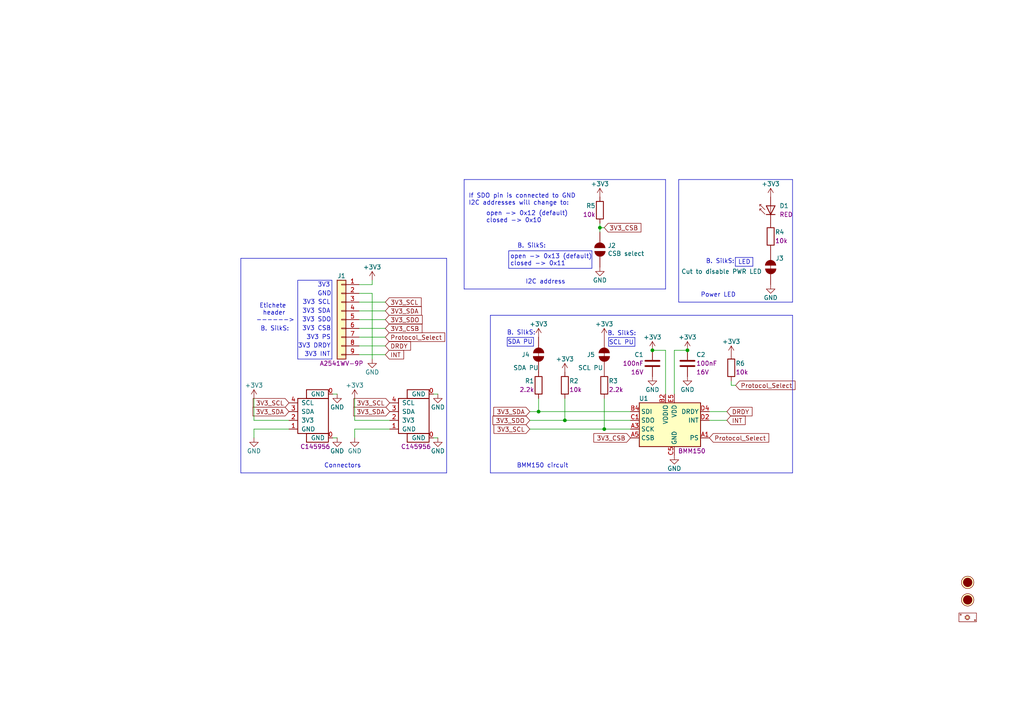
<source format=kicad_sch>
(kicad_sch (version 20230121) (generator eeschema)
  (paper "A4")
  (title_block (title "BMM150") (date "2020-10-29") (rev "0.1") (company "GroundStudio.ro") (comment 1 "Schematic: Victor"))
  (lib_symbols
    (symbol "GS_Local:+3V3" (power) (pin_names (offset 0))
      (property "Value" "+3V3" (at 0 3.556 0))
      (symbol "+3V3_0_1"
        (polyline (pts (xy -0.762 1.27) (xy 0 2.54)))
        (polyline (pts (xy 0 0) (xy 0 2.54)))
        (polyline (pts (xy 0 2.54) (xy 0.762 1.27)))
      )
      (symbol "+3V3_1_1"
        (pin power_in line (at 0 0 90) (length 0) hide (name "+3V3") (number "1"))
      )
    )
    (symbol "GS_Local:BMM150"
      (property "Reference" "U" (at -10.16 6.35 0))
      (property "Value" "BMM150" (at 7.62 6.35 0))
      (symbol "BMM150_0_1"
        (rectangle (start -10.16 5.08) (end 7.62 -7.62) (stroke (width 0.254)) (fill (type background)))
      )
      (symbol "BMM150_1_1"
        (pin input line (at 10.16 -5.08 180) (length 2.54) (name "PS") (number "A1"))
        (pin bidirectional line (at -12.7 -2.54 0) (length 2.54) (name "SCK") (number "A3"))
        (pin input line (at -12.7 -5.08 0) (length 2.54) (name "CSB") (number "A5"))
        (pin power_in line (at -2.54 7.62 270) (length 2.54) (name "VDDIO") (number "B2"))
        (pin bidirectional line (at -12.7 2.54 0) (length 2.54) (name "SDI") (number "B4"))
        (pin bidirectional line (at -12.7 0 0) (length 2.54) (name "SDO") (number "C1"))
        (pin power_in line (at 0 -10.16 90) (length 2.54) (name "GND") (number "C5"))
        (pin output line (at 10.16 0 180) (length 2.54) (name "INT") (number "D2"))
        (pin output line (at 10.16 2.54 180) (length 2.54) (name "DRDY") (number "D4"))
        (pin passive line (at 0 -10.16 90) (length 2.54) hide (name "GND") (number "E1"))
        (pin passive line (at 0 -10.16 90) (length 2.54) hide (name "GND") (number "E3"))
        (pin power_in line (at 0 7.62 270) (length 2.54) (name "VDD") (number "E5"))
      )
    )
    (symbol "GS_Local:C" (pin_numbers hide) (pin_names (offset 0.254))
      (property "Reference" "C" (at 0.635 2.54 0))
      (property "Value" "C" (at 0.635 -2.54 0))
      (symbol "C_0_1"
        (polyline (pts (xy -2.032 -0.762) (xy 2.032 -0.762)) (stroke (width 0.508)))
        (polyline (pts (xy -2.032 0.762) (xy 2.032 0.762)) (stroke (width 0.508)))
      )
      (symbol "C_1_1"
        (pin passive line (at 0 3.81 270) (length 2.794) (name "~") (number "1"))
        (pin passive line (at 0 -3.81 90) (length 2.794) (name "~") (number "2"))
      )
    )
    (symbol "GS_Local:Conn_01x09" (pin_names (offset 1.016) hide)
      (property "Reference" "J" (at 0 12.7 0))
      (property "Value" "Conn_01x09" (at 0 -12.7 0))
      (symbol "Conn_01x09_1_1"
        (rectangle (start -1.27 -10.033) (end 0 -10.287) (stroke (width 0.1524)))
        (rectangle (start -1.27 -7.493) (end 0 -7.747) (stroke (width 0.1524)))
        (rectangle (start -1.27 -4.953) (end 0 -5.207) (stroke (width 0.1524)))
        (rectangle (start -1.27 -2.413) (end 0 -2.667) (stroke (width 0.1524)))
        (rectangle (start -1.27 0.127) (end 0 -0.127) (stroke (width 0.1524)))
        (rectangle (start -1.27 2.667) (end 0 2.413) (stroke (width 0.1524)))
        (rectangle (start -1.27 5.207) (end 0 4.953) (stroke (width 0.1524)))
        (rectangle (start -1.27 7.747) (end 0 7.493) (stroke (width 0.1524)))
        (rectangle (start -1.27 10.287) (end 0 10.033) (stroke (width 0.1524)))
        (rectangle (start -1.27 11.43) (end 1.27 -11.43) (stroke (width 0.254)) (fill (type background)))
        (pin passive line (at -5.08 10.16 0) (length 3.81) (name "Pin_1") (number "1"))
        (pin passive line (at -5.08 7.62 0) (length 3.81) (name "Pin_2") (number "2"))
        (pin passive line (at -5.08 5.08 0) (length 3.81) (name "Pin_3") (number "3"))
        (pin passive line (at -5.08 2.54 0) (length 3.81) (name "Pin_4") (number "4"))
        (pin passive line (at -5.08 0 0) (length 3.81) (name "Pin_5") (number "5"))
        (pin passive line (at -5.08 -2.54 0) (length 3.81) (name "Pin_6") (number "6"))
        (pin passive line (at -5.08 -5.08 0) (length 3.81) (name "Pin_7") (number "7"))
        (pin passive line (at -5.08 -7.62 0) (length 3.81) (name "Pin_8") (number "8"))
        (pin passive line (at -5.08 -10.16 0) (length 3.81) (name "Pin_9") (number "9"))
      )
    )
    (symbol "GS_Local:DY-IR333C-A" (pin_numbers hide) (pin_names (offset 1.016) hide)
      (property "Reference" "D" (at 0.508 1.778 0))
      (property "Value" "DY-IR333C-A" (at -1.016 -2.794 0))
      (symbol "DY-IR333C-A_0_1"
        (polyline (pts (xy -2.54 1.27) (xy -2.54 -1.27)) (stroke (width 0.254)))
        (polyline (pts (xy 0 0) (xy -2.54 0)))
        (polyline (pts (xy 0.381 3.175) (xy -0.127 3.175)))
        (polyline (pts (xy -1.143 1.651) (xy 0.381 3.175) (xy 0.381 2.667)))
        (polyline (pts (xy 0 -1.27) (xy -2.54 0) (xy 0 1.27) (xy 0 -1.27)) (stroke (width 0.254)))
        (polyline (pts (xy -2.413 1.651) (xy -0.889 3.175) (xy -0.889 2.667) (xy -0.889 3.175) (xy -1.397 3.175)))
      )
      (symbol "DY-IR333C-A_1_1"
        (pin passive line (at -5.08 0 0) (length 2.54) (name "K") (number "1"))
        (pin passive line (at 2.54 0 180) (length 2.54) (name "A") (number "2"))
      )
    )
    (symbol "GS_Local:Fiducial" (pin_numbers hide) (pin_names (offset 0) hide)
      (property "Value" "Fiducial" (at 0 2.54 0))
      (symbol "Fiducial_0_1"
        (circle (center 0 0) (radius 1.27) (fill (type outline)))
        (circle (center 0 0) (radius 1.8034) (fill (type background)))
      )
    )
    (symbol "GS_Local:GND" (power) (pin_names (offset 0))
      (property "Value" "GND" (at 0 -3.81 0))
      (symbol "GND_0_1"
        (polyline (pts (xy 0 0) (xy 0 -1.27) (xy 1.27 -1.27) (xy 0 -2.54) (xy -1.27 -1.27) (xy 0 -1.27)))
      )
      (symbol "GND_1_1"
        (pin power_in line (at 0 0 270) (length 0) hide (name "GND") (number "1"))
      )
    )
    (symbol "GS_Local:PCB" (pin_names (offset 1.016))
      (symbol "PCB_0_1"
        (rectangle (start -2.54 1.27) (end 2.54 -1.27))
        (circle (center -2.032 0.7874) (radius 0.1778) (fill (type background)))
        (rectangle (start -0.5334 0.4318) (end 0.381 -0.4826) (fill (type background)))
        (polyline (pts (xy -0.254 -0.4826) (xy -0.254 -0.7874)))
        (polyline (pts (xy 0.1016 -0.5334) (xy 0.1016 -0.8128)))
        (polyline (pts (xy 0.381 0.1524) (xy 0.6604 0.1524)))
        (polyline (pts (xy 0.4064 -0.2032) (xy 0.6858 -0.2032)))
      )
      (symbol "PCB_1_1"
        (polyline (pts (xy -0.8636 -0.2032) (xy -0.5842 -0.2032)))
        (polyline (pts (xy -0.8636 0.2032) (xy -0.5842 0.2032)))
        (polyline (pts (xy -0.254 0.508) (xy -0.254 0.7874)))
        (polyline (pts (xy 0.1016 0.508) (xy 0.1016 0.7874)))
        (circle (center 2.1082 -0.8128) (radius 0.1778) (fill (type background)))
      )
    )
    (symbol "GS_Local:R" (pin_numbers hide) (pin_names (offset 0))
      (property "Reference" "R" (at 2.032 0 90))
      (property "Value" "R" (at 0 0 90))
      (symbol "R_0_1"
        (rectangle (start -1.016 -2.54) (end 1.016 2.54) (stroke (width 0.254)))
      )
      (symbol "R_1_1"
        (pin passive line (at 0 3.81 270) (length 1.27) (name "~") (number "1"))
        (pin passive line (at 0 -3.81 90) (length 1.27) (name "~") (number "2"))
      )
    )
    (symbol "GS_Local:SolderJumper_NC" (pin_numbers hide) (pin_names (offset 0) hide)
      (property "Reference" "J" (at 0 10.16 0))
      (property "Value" "SolderJumper_NC" (at 3.81 0 90))
      (symbol "SolderJumper_NC_0_1"
        (polyline (pts (xy 1.524 0.508) (xy -1.524 0.508)))
        (polyline (pts (xy 0 0.6604) (xy 0 -0.6096) (xy 0.0508 -0.7112)))
        (arc (start 1.4986 0.508) (mid -0.0254 1.982) (end -1.5494 0.508) (fill (type outline)))
      )
      (symbol "SolderJumper_NC_1_1"
        (arc (start -1.4986 -0.508) (mid 0.0254 -1.982) (end 1.5494 -0.508) (fill (type outline)))
        (polyline (pts (xy -1.524 -0.508) (xy 1.524 -0.508)))
        (pin passive line (at 0 5.08 270) (length 2.9972) (name "1") (number "1"))
        (pin passive line (at 0 -5.08 90) (length 2.9972) (name "2") (number "2"))
      )
    )
    (symbol "GS_Local:SolderJumper_NO" (pin_numbers hide) (pin_names (offset 0) hide)
      (property "Reference" "J" (at 0 10.16 0))
      (property "Value" "SolderJumper_NO" (at 3.81 0 90))
      (symbol "SolderJumper_NO_0_1"
        (polyline (pts (xy 1.524 0.508) (xy -1.524 0.508)))
        (arc (start 1.4986 0.508) (mid -0.0254 1.982) (end -1.5494 0.508) (fill (type outline)))
      )
      (symbol "SolderJumper_NO_1_1"
        (arc (start -1.4986 -0.508) (mid 0.0254 -1.982) (end 1.5494 -0.508) (fill (type outline)))
        (polyline (pts (xy -1.524 -0.508) (xy 1.524 -0.508)))
        (pin passive line (at 0 5.08 270) (length 2.9972) (name "1") (number "1"))
        (pin passive line (at 0 -5.08 90) (length 2.9972) (name "2") (number "2"))
      )
    )
    (symbol "GS_Local:i2c_3V3" (pin_names (offset 1.016))
      (property "Value" "i2c_3V3" (at -6.35 7.62 0))
      (symbol "i2c_3V3_0_1"
        (rectangle (start -3.81 5.08) (end 5.08 -5.08) (stroke (width 0.254)))
        (rectangle (start 5.08 -5.08) (end -1.27 -7.62) (stroke (width 0.254)))
        (rectangle (start 5.08 5.08) (end -1.27 7.62) (stroke (width 0.254)))
      )
      (symbol "i2c_3V3_1_1"
        (pin input line (at 6.35 -6.35 180) (length 1.27) (name "GND") (number "0"))
        (pin input line (at 6.35 6.35 180) (length 1.27) (name "GND") (number "0"))
        (pin power_in line (at -6.35 -3.81 0) (length 2.54) (name "GND") (number "1"))
        (pin power_in line (at -6.35 -1.27 0) (length 2.54) (name "3V3") (number "2"))
        (pin bidirectional line (at -6.35 1.27 0) (length 2.54) (name "SDA") (number "3"))
        (pin bidirectional line (at -6.35 3.81 0) (length 2.54) (name "SCL") (number "4"))
      )
    )
  )
  (junction (at 163.83 121.92))
  (junction (at 189.23 101.6))
  (junction (at 156.21 119.38))
  (junction (at 175.26 124.46))
  (junction (at 199.39 101.6))
  (junction (at 173.99 66.04))
  (polyline (pts (xy 213.2838 77.216) (xy 213.2838 74.676)))
  (polyline (pts (xy 147.1168 100.4062) (xy 147.1168 97.8662)))
  (polyline (pts (xy 147.1168 97.8662) (xy 154.7368 97.8662)))
  (polyline (pts (xy 147.5486 72.7456) (xy 171.6786 72.7456)))
  (polyline (pts (xy 193.04 52.07) (xy 134.62 52.07)))
  (wire (pts (xy 125.73 114.3) (xy 127 114.3)))
  (wire (pts (xy 96.52 127) (xy 97.79 127)))
  (wire (pts (xy 104.14 100.33) (xy 111.76 100.33)))
  (polyline (pts (xy 229.87 87.63) (xy 196.85 87.63)))
  (polyline (pts (xy 69.85 137.16) (xy 69.85 74.93)))
  (wire (pts (xy 175.26 124.46) (xy 182.88 124.46)))
  (wire (pts (xy 210.82 121.92) (xy 205.74 121.92)))
  (wire (pts (xy 102.87 115.57) (xy 102.87 121.92)))
  (wire (pts (xy 153.67 121.92) (xy 163.83 121.92)))
  (polyline (pts (xy 196.85 52.07) (xy 229.87 52.07)))
  (wire (pts (xy 73.66 124.46) (xy 83.82 124.46)))
  (wire (pts (xy 195.58 101.6) (xy 195.58 114.3)))
  (wire (pts (xy 111.76 90.17) (xy 104.14 90.17)))
  (polyline (pts (xy 176.53 100.4316) (xy 176.53 97.8916)))
  (wire (pts (xy 96.52 114.3) (xy 97.79 114.3)))
  (wire (pts (xy 163.83 121.92) (xy 182.88 121.92)))
  (polyline (pts (xy 229.87 52.07) (xy 229.87 87.63)))
  (wire (pts (xy 153.67 124.46) (xy 175.26 124.46)))
  (wire (pts (xy 73.66 127) (xy 73.66 124.46)))
  (wire (pts (xy 104.14 85.09) (xy 107.95 85.09)))
  (wire (pts (xy 163.83 115.57) (xy 163.83 121.92)))
  (wire (pts (xy 212.09 111.76) (xy 213.36 111.76)))
  (polyline (pts (xy 134.62 83.82) (xy 193.04 83.82)))
  (wire (pts (xy 153.67 119.38) (xy 156.21 119.38)))
  (polyline (pts (xy 154.7368 100.4062) (xy 147.1168 100.4062)))
  (polyline (pts (xy 147.5486 77.8256) (xy 147.5486 72.7456)))
  (polyline (pts (xy 86.36 104.14) (xy 96.266 104.14)))
  (wire (pts (xy 111.76 92.71) (xy 104.14 92.71)))
  (wire (pts (xy 156.21 119.38) (xy 182.88 119.38)))
  (wire (pts (xy 111.76 97.79) (xy 104.14 97.79)))
  (wire (pts (xy 205.74 119.38) (xy 210.82 119.38)))
  (wire (pts (xy 102.87 121.92) (xy 113.03 121.92)))
  (wire (pts (xy 193.04 101.6) (xy 193.04 114.3)))
  (wire (pts (xy 102.87 127) (xy 102.87 124.46)))
  (polyline (pts (xy 196.85 87.63) (xy 196.85 52.07)))
  (wire (pts (xy 102.87 124.46) (xy 113.03 124.46)))
  (wire (pts (xy 175.26 115.57) (xy 175.26 124.46)))
  (wire (pts (xy 73.66 121.92) (xy 83.82 121.92)))
  (polyline (pts (xy 86.36 81.28) (xy 86.36 104.14)))
  (wire (pts (xy 107.95 82.55) (xy 107.95 81.28)))
  (wire (pts (xy 107.95 104.14) (xy 107.95 85.09)))
  (polyline (pts (xy 86.36 81.28) (xy 96.266 81.28)))
  (wire (pts (xy 104.14 87.63) (xy 111.76 87.63)))
  (wire (pts (xy 111.76 95.25) (xy 104.14 95.25)))
  (polyline (pts (xy 218.3638 77.216) (xy 213.2838 77.216)))
  (polyline (pts (xy 229.87 137.16) (xy 142.24 137.16)))
  (polyline (pts (xy 171.6786 72.7456) (xy 171.6786 77.8256)))
  (polyline (pts (xy 142.24 91.44) (xy 229.87 91.44)))
  (polyline (pts (xy 184.15 97.8916) (xy 184.15 100.4316)))
  (polyline (pts (xy 176.53 97.8916) (xy 184.15 97.8916)))
  (polyline (pts (xy 129.54 74.93) (xy 129.54 137.16)))
  (polyline (pts (xy 69.85 74.93) (xy 129.54 74.93)))
  (wire (pts (xy 156.21 115.57) (xy 156.21 119.38)))
  (polyline (pts (xy 154.7368 97.8662) (xy 154.7368 100.4062)))
  (wire (pts (xy 104.14 82.55) (xy 107.95 82.55)))
  (wire (pts (xy 111.76 102.87) (xy 104.14 102.87)))
  (polyline (pts (xy 193.04 52.07) (xy 193.04 83.82)))
  (wire (pts (xy 125.73 127) (xy 127 127)))
  (polyline (pts (xy 184.15 100.4316) (xy 176.53 100.4316)))
  (polyline (pts (xy 96.266 81.28) (xy 96.266 104.14)))
  (wire (pts (xy 212.09 110.49) (xy 212.09 111.76)))
  (polyline (pts (xy 171.6786 77.8256) (xy 147.5486 77.8256)))
  (wire (pts (xy 195.58 101.6) (xy 199.39 101.6)))
  (polyline (pts (xy 134.62 52.07) (xy 134.62 83.82)))
  (wire (pts (xy 175.26 66.04) (xy 173.99 66.04)))
  (polyline (pts (xy 129.54 137.16) (xy 69.85 137.16)))
  (polyline (pts (xy 142.24 137.16) (xy 142.24 91.44)))
  (polyline (pts (xy 213.2838 74.676) (xy 218.3638 74.676)))
  (wire (pts (xy 173.99 66.04) (xy 173.99 67.31)))
  (wire (pts (xy 193.04 101.6) (xy 189.23 101.6)))
  (polyline (pts (xy 229.87 91.44) (xy 229.87 137.16)))
  (wire (pts (xy 73.66 115.57) (xy 73.66 121.92)))
  (wire (pts (xy 173.99 64.77) (xy 173.99 66.04)))
  (polyline (pts (xy 218.3638 74.676) (xy 218.3638 77.216)))
  (text "3V3 SDO" (at 87.6046 93.5228 0) (effects (font (size 1.27 1.27)) (justify left bottom)))
  (text "3V3 CSB" (at 87.6046 96.0882 0) (effects (font (size 1.27 1.27)) (justify left bottom)))
  (text "3V3 INT" (at 88.265 103.5812 0) (effects (font (size 1.27 1.27)) (justify left bottom)))
  (text " Etichete\n  header\n------>" (at 74.2442 93.6244 0) (effects (font (size 1.27 1.27)) (justify left bottom)))
  (text "SCL PU" (at 176.5808 100.1776 0) (effects (font (size 1.27 1.27)) (justify left bottom)))
  (text "3V3" (at 92.075 83.439 0) (effects (font (size 1.27 1.27)) (justify left bottom)))
  (text "3V3 PS" (at 88.8238 98.6536 0) (effects (font (size 1.27 1.27)) (justify left bottom)))
  (text "B. SilkS:" (at 146.9898 97.3328 0) (effects (font (size 1.27 1.27)) (justify left bottom)))
  (text "GND" (at 92.075 85.979 0) (effects (font (size 1.27 1.27)) (justify left bottom)))
  (text "3V3 SCL" (at 87.7062 88.4682 0) (effects (font (size 1.27 1.27)) (justify left bottom)))
  (text "Power LED" (at 203.2 86.36 0) (effects (font (size 1.27 1.27)) (justify left bottom)))
  (text "B. SilkS:" (at 176.1744 97.536 0) (effects (font (size 1.27 1.27)) (justify left bottom)))
  (text "SDA PU" (at 147.1676 100.0506 0) (effects (font (size 1.27 1.27)) (justify left bottom)))
  (text "3V3 DRDY" (at 86.3854 101.1174 0) (effects (font (size 1.27 1.27)) (justify left bottom)))
  (text "B. SilkS:" (at 75.5142 96.1644 0) (effects (font (size 1.27 1.27)) (justify left bottom)))
  (text "3V3 SDA" (at 87.63 91.0336 0) (effects (font (size 1.27 1.27)) (justify left bottom)))
  (text "open -> 0x13 (default)\nclosed -> 0x11" (at 147.955 77.2668 0) (effects (font (size 1.27 1.27)) (justify left bottom)))
  (text "open -> 0x12 (default)\nclosed -> 0x10" (at 140.97 64.77 0) (effects (font (size 1.27 1.27)) (justify left bottom)))
  (text "If SDO pin is connected to GND\nI2C addresses will change to:" (at 135.89 59.69 0) (effects (font (size 1.27 1.27)) (justify left bottom)))
  (text "B. SilkS:" (at 150.0124 72.136 0) (effects (font (size 1.27 1.27)) (justify left bottom)))
  (text "B. SilkS:" (at 204.6986 76.6318 0) (effects (font (size 1.27 1.27)) (justify left bottom)))
  (text "I2C address" (at 152.4 82.55 0) (effects (font (size 1.27 1.27)) (justify left bottom)))
  (text "LED" (at 214.0712 76.8858 0) (effects (font (size 1.27 1.27)) (justify left bottom)))
  (text "Connectors" (at 93.98 135.89 0) (effects (font (size 1.27 1.27)) (justify left bottom)))
  (text "BMM150 circuit" (at 149.86 135.89 0) (effects (font (size 1.27 1.27)) (justify left bottom)))
  (global_label "3V3_SDO" (shape input) (at 111.76 92.71 0) (property "Intersheetrefs" "${INTERSHEET_REFS}" (effects hide)))
  (global_label "3V3_SCL" (shape input) (at 111.76 87.63 0) (property "Intersheetrefs" "${INTERSHEET_REFS}" (effects hide)))
  (global_label "DRDY" (shape input) (at 210.82 119.38 0) (property "Intersheetrefs" "${INTERSHEET_REFS}" (effects hide)))
  (global_label "3V3_SDA" (shape input) (at 111.76 90.17 0) (property "Intersheetrefs" "${INTERSHEET_REFS}" (effects hide)))
  (global_label "Protocol_Select" (shape input) (at 111.76 97.79 0) (property "Intersheetrefs" "${INTERSHEET_REFS}" (effects hide)))
  (global_label "3V3_SDA" (shape input) (at 83.82 119.38 180) (property "Intersheetrefs" "${INTERSHEET_REFS}" (effects hide)))
  (global_label "3V3_CSB" (shape input) (at 175.26 66.04 0) (property "Intersheetrefs" "${INTERSHEET_REFS}" (effects hide)))
  (global_label "Protocol_Select" (shape input) (at 213.36 111.76 0) (property "Intersheetrefs" "${INTERSHEET_REFS}" (effects hide)))
  (global_label "3V3_SDA" (shape input) (at 153.67 119.38 180) (property "Intersheetrefs" "${INTERSHEET_REFS}" (effects hide)))
  (global_label "Protocol_Select" (shape input) (at 205.74 127 0) (property "Intersheetrefs" "${INTERSHEET_REFS}" (effects hide)))
  (global_label "3V3_SDO" (shape input) (at 153.67 121.92 180) (property "Intersheetrefs" "${INTERSHEET_REFS}" (effects hide)))
  (global_label "3V3_SDA" (shape input) (at 113.03 119.38 180) (property "Intersheetrefs" "${INTERSHEET_REFS}" (effects hide)))
  (global_label "3V3_SCL" (shape input) (at 113.03 116.84 180) (property "Intersheetrefs" "${INTERSHEET_REFS}" (effects hide)))
  (global_label "3V3_SCL" (shape input) (at 83.82 116.84 180) (property "Intersheetrefs" "${INTERSHEET_REFS}" (effects hide)))
  (global_label "3V3_SCL" (shape input) (at 153.67 124.46 180) (property "Intersheetrefs" "${INTERSHEET_REFS}" (effects hide)))
  (global_label "3V3_CSB" (shape input) (at 111.76 95.25 0) (property "Intersheetrefs" "${INTERSHEET_REFS}" (effects hide)))
  (global_label "3V3_CSB" (shape input) (at 182.88 127 180) (property "Intersheetrefs" "${INTERSHEET_REFS}" (effects hide)))
  (global_label "INT" (shape input) (at 111.76 102.87 0) (property "Intersheetrefs" "${INTERSHEET_REFS}" (effects hide)))
  (global_label "INT" (shape input) (at 210.82 121.92 0) (property "Intersheetrefs" "${INTERSHEET_REFS}" (effects hide)))
  (global_label "DRDY" (shape input) (at 111.76 100.33 0) (property "Intersheetrefs" "${INTERSHEET_REFS}" (effects hide)))
  (symbol (lib_id "GS_Local:BMM150") (at 195.58 121.92 0) (unit 1)
    (property "Reference" "U1" (at 186.69 115.57 0))
    (property "Value" "WLCSP-12 BMM150" (effects hide))
    (property "Footprint" "GS_Local:WLCSP-12_1.56x1.56mm_P0.4mm" (effects hide))
    (property "Datasheet" "https://datasheet.lcsc.com/szlcsc/1811061532_Bosch-Sensortec-BMM150_C171681.pdf" (effects hide))
    (property "MPN" "BMM150" (at 200.66 130.81 0))
    (property "LCSC" "C171681" (effects hide))
  )
  (symbol (lib_id "GS_Local:+3V3") (at 189.23 101.6 0) (unit 1)
    (property "Reference" "#PWR0101" (effects hide))
    (property "Value" "+3V3" (at 189.23 97.79 0))
  )
  (symbol (lib_id "GS_Local:C") (at 189.23 105.41 0) (mirror x) (unit 1)
    (property "Reference" "C1" (at 186.69 102.87 0) (effects (justify right)))
    (property "Value" "C_0402_100nF_16V" (effects hide))
    (property "Footprint" "GS_Local:C_0402" (effects hide))
    (property "Datasheet" "https://datasheet.lcsc.com/lcsc/1811011928_Walsin-Tech-Corp-0402B104K160CT_C83056.pdf" (effects hide))
    (property "MPN" "0402B104K160CT" (effects hide))
    (property "LCSC" "C83056" (effects hide))
    (property "Capacitance" "100nF" (at 186.69 105.41 0) (effects (justify right)))
    (property "Rated voltage" "16V" (at 186.69 107.95 0) (effects (justify right)))
  )
  (symbol (lib_id "GS_Local:GND") (at 189.23 109.22 0) (unit 1)
    (property "Reference" "#PWR0102" (effects hide))
    (property "Value" "GND" (at 189.23 113.03 0))
  )
  (symbol (lib_id "GS_Local:C") (at 199.39 105.41 180) (unit 1)
    (property "Reference" "C2" (at 201.93 102.87 0) (effects (justify right)))
    (property "Value" "C_0402_100nF_16V" (effects hide))
    (property "Footprint" "GS_Local:C_0402" (effects hide))
    (property "Datasheet" "https://datasheet.lcsc.com/lcsc/1811011928_Walsin-Tech-Corp-0402B104K160CT_C83056.pdf" (effects hide))
    (property "MPN" "0402B104K160CT" (effects hide))
    (property "LCSC" "C83056" (effects hide))
    (property "Capacitance" "100nF" (at 201.93 105.41 0) (effects (justify right)))
    (property "Rated voltage" "16V" (at 201.93 107.95 0) (effects (justify right)))
  )
  (symbol (lib_id "GS_Local:+3V3") (at 199.39 101.6 0) (unit 1)
    (property "Reference" "#PWR0103" (effects hide))
    (property "Value" "+3V3" (at 199.39 97.79 0))
  )
  (symbol (lib_id "GS_Local:GND") (at 199.39 109.22 0) (unit 1)
    (property "Reference" "#PWR0104" (effects hide))
    (property "Value" "GND" (at 199.39 113.03 0))
  )
  (symbol (lib_id "GS_Local:GND") (at 195.58 132.08 0) (unit 1)
    (property "Reference" "#PWR0105" (effects hide))
    (property "Value" "GND" (at 195.58 135.89 0))
  )
  (symbol (lib_id "GS_Local:DY-IR333C-A") (at 223.52 59.69 90) (unit 1)
    (property "Reference" "D1" (at 226.06 59.69 90) (effects (justify right)))
    (property "Value" "LED_0402_RED" (effects hide))
    (property "Footprint" "GS_Local:LED_0402" (effects hide))
    (property "Datasheet" "https://datasheet.lcsc.com/szlcsc/2009251739_TUOZHAN-TZ-P2-0402RTIA1-0-45T_C779449.pdf" (effects hide))
    (property "MPN" "TZ-P2-0402RTIA1-0.45T" (effects hide))
    (property "LCSC" "C779449" (effects hide))
    (property "Color" "RED" (at 226.06 62.23 90) (effects (justify right)))
  )
  (symbol (lib_id "GS_Local:+3V3") (at 223.52 57.15 0) (unit 1)
    (property "Reference" "#PWR0106" (effects hide))
    (property "Value" "+3V3" (at 223.52 53.34 0))
  )
  (symbol (lib_id "GS_Local:R") (at 223.52 68.58 0) (unit 1)
    (property "Reference" "R4" (at 224.79 67.31 0) (effects (justify left)))
    (property "Value" "R_0402_10k" (effects hide))
    (property "Footprint" "GS_Local:R_0402" (effects hide))
    (property "Datasheet" "https://datasheet.lcsc.com/lcsc/2110252330_UNI-ROYAL-Uniroyal-Elec-0402WGJ0103TCE_C25531.pdf" (effects hide))
    (property "MPN" "0402WGJ0103TCE" (effects hide))
    (property "LCSC" "C25531" (effects hide))
    (property "Resistance" "10k" (at 224.79 69.85 0) (effects (justify left)))
  )
  (symbol (lib_id "GS_Local:SolderJumper_NC") (at 223.52 77.47 0) (unit 1)
    (property "Reference" "J3" (at 227.33 74.93 0) (effects (justify right)))
    (property "Value" "Cut to disable PWR LED" (at 220.98 78.74 0) (effects (justify right)))
    (property "Footprint" "GS_Local:SolderJumper_NC" (effects hide))
  )
  (symbol (lib_id "GS_Local:GND") (at 223.52 82.55 0) (unit 1)
    (property "Reference" "#PWR0107" (effects hide))
    (property "Value" "GND" (at 223.52 86.36 0))
  )
  (symbol (lib_id "GS_Local:Conn_01x09") (at 99.06 92.71 0) (mirror y) (unit 1)
    (property "Reference" "J1" (at 99.06 80.01 0))
    (property "Value" "PinHeader_1x09_P2.54_V_M" (effects hide))
    (property "Footprint" "GS_Local:PinHeader_1x09_P2.54mm_Vertical_Male" (effects hide))
    (property "Datasheet" "https://datasheet.lcsc.com/szlcsc/2010160505_CJT-Changjiang-Connectors-A2541WV-9P_C225484.pdf" (effects hide))
    (property "MPN" "A2541WV-9P" (at 99.06 105.41 0))
    (property "LCSC" "C225484" (effects hide))
  )
  (symbol (lib_id "GS_Local:+3V3") (at 107.95 81.28 0) (unit 1)
    (property "Reference" "#PWR0108" (effects hide))
    (property "Value" "+3V3" (at 107.95 77.47 0))
  )
  (symbol (lib_id "GS_Local:GND") (at 107.95 104.14 0) (unit 1)
    (property "Reference" "#PWR0109" (effects hide))
    (property "Value" "GND" (at 107.95 107.95 0))
  )
  (symbol (lib_id "GS_Local:+3V3") (at 173.99 57.15 0) (unit 1)
    (property "Reference" "#PWR0110" (effects hide))
    (property "Value" "+3V3" (at 173.99 53.34 0))
  )
  (symbol (lib_id "GS_Local:GND") (at 173.99 77.47 0) (unit 1)
    (property "Reference" "#PWR0111" (effects hide))
    (property "Value" "GND" (at 173.99 81.28 0))
  )
  (symbol (lib_id "GS_Local:R") (at 156.21 111.76 0) (mirror x) (unit 1)
    (property "Reference" "R1" (at 154.94 110.49 0) (effects (justify right)))
    (property "Value" "R_0402_2.2k" (effects hide))
    (property "Footprint" "GS_Local:R_0402" (effects hide))
    (property "Datasheet" "https://datasheet.lcsc.com/szlcsc/1811141743_FH-Guangdong-Fenghua-Advanced-Tech-RC-02W2201FT_C258093.pdf" (effects hide))
    (property "MPN" "RC-02W2201FT" (effects hide))
    (property "LCSC" "C258093" (effects hide))
    (property "Resistance" "2.2k" (at 154.94 113.03 0) (effects (justify right)))
  )
  (symbol (lib_id "GS_Local:R") (at 163.83 111.76 0) (mirror x) (unit 1)
    (property "Reference" "R2" (at 165.1 110.49 0) (effects (justify left)))
    (property "Value" "R_0402_10k" (effects hide))
    (property "Footprint" "GS_Local:R_0402" (effects hide))
    (property "Datasheet" "https://datasheet.lcsc.com/szlcsc/1811091923_UNI-ROYAL-Uniroyal-Elec-0402WGJ0103TCE_C25531.pdf" (effects hide))
    (property "MPN" "0402WGJ0103TCE" (effects hide))
    (property "LCSC" "C25531" (effects hide))
    (property "Resistance" "10k" (at 165.1 113.03 0) (effects (justify left)))
  )
  (symbol (lib_id "GS_Local:R") (at 175.26 111.76 0) (mirror x) (unit 1)
    (property "Reference" "R3" (at 176.53 110.49 0) (effects (justify left)))
    (property "Value" "R_0402_2.2k" (effects hide))
    (property "Footprint" "GS_Local:R_0402" (effects hide))
    (property "Datasheet" "https://datasheet.lcsc.com/szlcsc/1811141743_FH-Guangdong-Fenghua-Advanced-Tech-RC-02W2201FT_C258093.pdf" (effects hide))
    (property "MPN" "RC-02W2201FT" (effects hide))
    (property "LCSC" "C258093" (effects hide))
    (property "Resistance" "2.2k" (at 176.53 113.03 0) (effects (justify left)))
  )
  (symbol (lib_id "GS_Local:+3V3") (at 156.21 97.79 0) (unit 1)
    (property "Reference" "#PWR0112" (effects hide))
    (property "Value" "+3V3" (at 156.21 93.98 0))
  )
  (symbol (lib_id "GS_Local:+3V3") (at 163.83 107.95 0) (unit 1)
    (property "Reference" "#PWR0113" (effects hide))
    (property "Value" "+3V3" (at 163.83 104.14 0))
  )
  (symbol (lib_id "GS_Local:+3V3") (at 175.26 97.79 0) (unit 1)
    (property "Reference" "#PWR0114" (effects hide))
    (property "Value" "+3V3" (at 175.26 93.98 0))
  )
  (symbol (lib_id "GS_Local:i2c_3V3") (at 90.17 120.65 0) (unit 1)
    (property "Reference" "X1" (effects hide))
    (property "Value" "SH_1x04_P1.0_H" (effects hide))
    (property "Footprint" "GS_Local:SH__1x04_P1.00mm_Horizontal" (effects hide))
    (property "Datasheet" "https://datasheet.lcsc.com/szlcsc/1811082116_BOOMELE-Boom-Precision-Elec-C145956_C145956.pdf" (effects hide))
    (property "MPN" "C145956" (at 91.44 129.54 0))
    (property "LCSC" "C145956" (effects hide))
    (property "Descript" "0.039\"(1.00mm) 4 SMD,P=1mm Wire To Board" (effects hide))
  )
  (symbol (lib_id "GS_Local:+3V3") (at 73.66 115.57 0) (unit 1)
    (property "Reference" "#PWR0115" (effects hide))
    (property "Value" "+3V3" (at 73.66 111.76 0))
  )
  (symbol (lib_id "GS_Local:GND") (at 73.66 127 0) (unit 1)
    (property "Reference" "#PWR0116" (effects hide))
    (property "Value" "GND" (at 73.66 130.81 0))
  )
  (symbol (lib_id "GS_Local:GND") (at 97.79 127 0) (unit 1)
    (property "Reference" "#PWR0117" (effects hide))
    (property "Value" "GND" (at 97.79 130.81 0))
  )
  (symbol (lib_id "GS_Local:SolderJumper_NO") (at 173.99 72.39 0) (unit 1)
    (property "Reference" "J2" (at 176.2506 71.2216 0) (effects (justify left)))
    (property "Value" "CSB select" (at 176.2506 73.533 0) (effects (justify left)))
    (property "Footprint" "GS_Local:SolderJumper_NO" (effects hide))
  )
  (symbol (lib_id "GS_Local:GND") (at 97.79 114.3 0) (unit 1)
    (property "Reference" "#PWR0118" (effects hide))
    (property "Value" "GND" (at 97.79 118.11 0))
  )
  (symbol (lib_id "GS_Local:R") (at 173.99 60.96 0) (mirror x) (unit 1)
    (property "Reference" "R5" (at 172.72 59.69 0) (effects (justify right)))
    (property "Value" "R_0402_10k" (effects hide))
    (property "Footprint" "GS_Local:R_0402" (effects hide))
    (property "Datasheet" "https://datasheet.lcsc.com/szlcsc/1811091923_UNI-ROYAL-Uniroyal-Elec-0402WGJ0103TCE_C25531.pdf" (effects hide))
    (property "MPN" "0402WGJ0103TCE" (effects hide))
    (property "LCSC" "C25531" (effects hide))
    (property "Resistance" "10k" (at 172.72 62.23 0) (effects (justify right)))
  )
  (symbol (lib_id "GS_Local:+3V3") (at 212.09 102.87 0) (unit 1)
    (property "Reference" "#PWR0119" (effects hide))
    (property "Value" "+3V3" (at 212.09 99.06 0))
  )
  (symbol (lib_id "GS_Local:i2c_3V3") (at 119.38 120.65 0) (unit 1)
    (property "Reference" "X2" (effects hide))
    (property "Value" "SH_1x04_P1.0_H" (effects hide))
    (property "Footprint" "GS_Local:SH__1x04_P1.00mm_Horizontal" (effects hide))
    (property "Datasheet" "https://datasheet.lcsc.com/szlcsc/1811082116_BOOMELE-Boom-Precision-Elec-C145956_C145956.pdf" (effects hide))
    (property "MPN" "C145956" (at 120.65 129.54 0))
    (property "LCSC" "C145956" (effects hide))
    (property "Descript" "0.039\"(1.00mm) 4 SMD,P=1mm Wire To Board" (effects hide))
  )
  (symbol (lib_id "GS_Local:+3V3") (at 102.87 115.57 0) (unit 1)
    (property "Reference" "#PWR0120" (effects hide))
    (property "Value" "+3V3" (at 102.87 111.76 0))
  )
  (symbol (lib_id "GS_Local:GND") (at 102.87 127 0) (unit 1)
    (property "Reference" "#PWR0121" (effects hide))
    (property "Value" "GND" (at 102.87 130.81 0))
  )
  (symbol (lib_id "GS_Local:GND") (at 127 127 0) (unit 1)
    (property "Reference" "#PWR0122" (effects hide))
    (property "Value" "GND" (at 127 130.81 0))
  )
  (symbol (lib_id "GS_Local:GND") (at 127 114.3 0) (unit 1)
    (property "Reference" "#PWR0123" (effects hide))
    (property "Value" "GND" (at 127 118.11 0))
  )
  (symbol (lib_id "GS_Local:R") (at 212.09 106.68 0) (mirror x) (unit 1)
    (property "Reference" "R6" (at 213.36 105.41 0) (effects (justify left)))
    (property "Value" "R_0402_10k" (effects hide))
    (property "Footprint" "GS_Local:R_0402" (effects hide))
    (property "Datasheet" "https://datasheet.lcsc.com/szlcsc/1811091923_UNI-ROYAL-Uniroyal-Elec-0402WGJ0103TCE_C25531.pdf" (effects hide))
    (property "MPN" "0402WGJ0103TCE" (effects hide))
    (property "LCSC" "C25531" (effects hide))
    (property "Resistance" "10k" (at 213.36 107.95 0) (effects (justify left)))
  )
  (symbol (lib_id "GS_Local:SolderJumper_NC") (at 156.21 102.87 0) (mirror x) (unit 1)
    (property "Reference" "J4" (at 153.67 102.87 0) (effects (justify right)))
    (property "Value" "SDA PU" (at 156.21 106.68 0) (effects (justify right)))
    (property "Footprint" "GS_Local:SolderJumper_NC" (effects hide))
  )
  (symbol (lib_id "GS_Local:SolderJumper_NC") (at 175.26 102.87 180) (unit 1)
    (property "Reference" "J5" (at 170.18 102.87 0) (effects (justify right)))
    (property "Value" "SCL PU" (at 167.64 106.68 0) (effects (justify right)))
    (property "Footprint" "GS_Local:SolderJumper_NC" (effects hide))
  )
  (symbol (lib_id "GS_Local:Fiducial") (at 280.67 173.99 0) (unit 1)
    (property "Reference" "FID2" (effects hide))
    (property "Value" "Fiducial" (effects hide))
    (property "Footprint" "GS_Local:Fiducial_0.75mm_Mask1.5mm" (effects hide))
  )
  (symbol (lib_id "GS_Local:Fiducial") (at 280.67 168.91 0) (unit 1)
    (property "Reference" "FID1" (effects hide))
    (property "Value" "Fiducial" (effects hide))
    (property "Footprint" "GS_Local:Fiducial_0.75mm_Mask1.5mm" (effects hide))
  )
  (symbol (lib_id "GS_Local:PCB") (at 280.67 179.07 0) (unit 1)
    (property "Reference" "P1" (effects hide))
    (property "Value" "PCB" (effects hide))
    (property "MPN" "IUSFWL_GS_PCB" (effects hide))
  )
)
</source>
